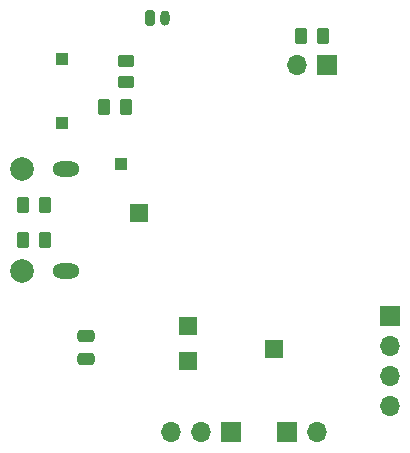
<source format=gbr>
%TF.GenerationSoftware,KiCad,Pcbnew,8.0.3*%
%TF.CreationDate,2025-03-18T19:22:59-05:00*%
%TF.ProjectId,wearable_v2_nrf,77656172-6162-46c6-955f-76325f6e7266,rev?*%
%TF.SameCoordinates,Original*%
%TF.FileFunction,Soldermask,Bot*%
%TF.FilePolarity,Negative*%
%FSLAX46Y46*%
G04 Gerber Fmt 4.6, Leading zero omitted, Abs format (unit mm)*
G04 Created by KiCad (PCBNEW 8.0.3) date 2025-03-18 19:22:59*
%MOMM*%
%LPD*%
G01*
G04 APERTURE LIST*
G04 Aperture macros list*
%AMRoundRect*
0 Rectangle with rounded corners*
0 $1 Rounding radius*
0 $2 $3 $4 $5 $6 $7 $8 $9 X,Y pos of 4 corners*
0 Add a 4 corners polygon primitive as box body*
4,1,4,$2,$3,$4,$5,$6,$7,$8,$9,$2,$3,0*
0 Add four circle primitives for the rounded corners*
1,1,$1+$1,$2,$3*
1,1,$1+$1,$4,$5*
1,1,$1+$1,$6,$7*
1,1,$1+$1,$8,$9*
0 Add four rect primitives between the rounded corners*
20,1,$1+$1,$2,$3,$4,$5,0*
20,1,$1+$1,$4,$5,$6,$7,0*
20,1,$1+$1,$6,$7,$8,$9,0*
20,1,$1+$1,$8,$9,$2,$3,0*%
G04 Aperture macros list end*
%ADD10R,1.700000X1.700000*%
%ADD11O,1.700000X1.700000*%
%ADD12RoundRect,0.200000X-0.200000X-0.450000X0.200000X-0.450000X0.200000X0.450000X-0.200000X0.450000X0*%
%ADD13O,0.800000X1.300000*%
%ADD14R,1.500000X1.500000*%
%ADD15C,2.010000*%
%ADD16O,2.304000X1.304000*%
%ADD17R,1.000000X1.000000*%
%ADD18RoundRect,0.250000X0.262500X0.450000X-0.262500X0.450000X-0.262500X-0.450000X0.262500X-0.450000X0*%
%ADD19RoundRect,0.250000X0.450000X-0.262500X0.450000X0.262500X-0.450000X0.262500X-0.450000X-0.262500X0*%
%ADD20RoundRect,0.250000X-0.475000X0.250000X-0.475000X-0.250000X0.475000X-0.250000X0.475000X0.250000X0*%
%ADD21RoundRect,0.250000X-0.262500X-0.450000X0.262500X-0.450000X0.262500X0.450000X-0.262500X0.450000X0*%
G04 APERTURE END LIST*
D10*
%TO.C,R5*%
X110200000Y-55275000D03*
D11*
X107660000Y-55275000D03*
%TD*%
D12*
%TO.C,BT1*%
X95250000Y-51350000D03*
D13*
X96500000Y-51350000D03*
%TD*%
D14*
%TO.C,TP5*%
X98400000Y-80375000D03*
%TD*%
D10*
%TO.C,M1*%
X106825000Y-86400000D03*
D11*
X109365000Y-86400000D03*
%TD*%
D10*
%TO.C,J1*%
X115550000Y-76545000D03*
D11*
X115550000Y-79085000D03*
X115550000Y-81625000D03*
X115550000Y-84165000D03*
%TD*%
D14*
%TO.C,TP6*%
X94275000Y-67825000D03*
%TD*%
D15*
%TO.C,J2*%
X84347500Y-64080000D03*
X84347500Y-72720000D03*
D16*
X88118500Y-64082000D03*
X88118500Y-72718000D03*
%TD*%
D17*
%TO.C,TP2*%
X87750000Y-54775000D03*
%TD*%
D14*
%TO.C,TP4*%
X98450000Y-77375000D03*
%TD*%
D10*
%TO.C,J3*%
X102100000Y-86350000D03*
D11*
X99560000Y-86350000D03*
X97020000Y-86350000D03*
%TD*%
D17*
%TO.C,TP1*%
X87800000Y-60250000D03*
%TD*%
D14*
%TO.C,TP7*%
X105750000Y-79375000D03*
%TD*%
D17*
%TO.C,TP3*%
X92725000Y-63675000D03*
%TD*%
D18*
%TO.C,R2*%
X86312500Y-67150000D03*
X84487500Y-67150000D03*
%TD*%
D19*
%TO.C,R12*%
X93200000Y-56775000D03*
X93200000Y-54950000D03*
%TD*%
D20*
%TO.C,C2*%
X89825000Y-78275000D03*
X89825000Y-80175000D03*
%TD*%
D21*
%TO.C,R4*%
X108012500Y-52900000D03*
X109837500Y-52900000D03*
%TD*%
%TO.C,R11*%
X91337500Y-58900000D03*
X93162500Y-58900000D03*
%TD*%
D18*
%TO.C,R3*%
X86312500Y-70100000D03*
X84487500Y-70100000D03*
%TD*%
M02*

</source>
